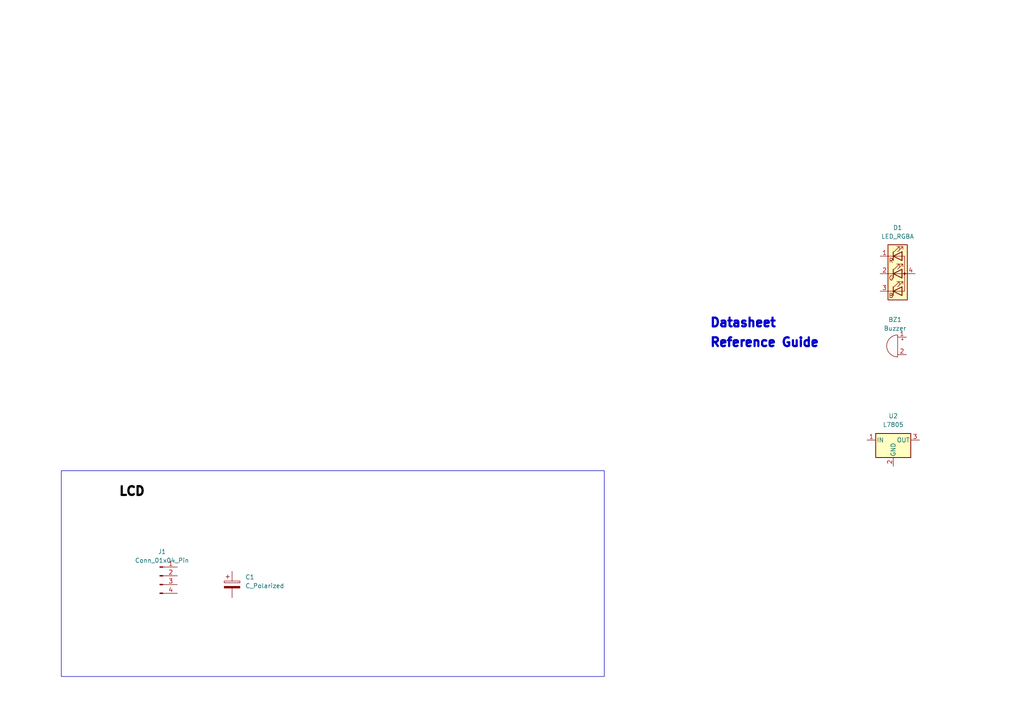
<source format=kicad_sch>
(kicad_sch (version 20230121) (generator eeschema)
  (paper "A4")
  (lib_symbols
    (symbol "Connector:Conn_01x04_Pin" (pin_names (offset 1.016) hide)
      (property "Reference" "J" (at 0 5.08 0))
      (property "Value" "Conn_01x04_Pin" (at 0 -7.62 0))
      (symbol "Conn_01x04_Pin_1_1"
        (polyline (pts (xy 1.27 -5.08) (xy 0.8636 -5.08)) (stroke (width 0.1524)))
        (polyline (pts (xy 1.27 -2.54) (xy 0.8636 -2.54)) (stroke (width 0.1524)))
        (polyline (pts (xy 1.27 0) (xy 0.8636 0)) (stroke (width 0.1524)))
        (polyline (pts (xy 1.27 2.54) (xy 0.8636 2.54)) (stroke (width 0.1524)))
        (rectangle (start 0.8636 -4.953) (end 0 -5.207) (stroke (width 0.1524)) (fill (type outline)))
        (rectangle (start 0.8636 -2.413) (end 0 -2.667) (stroke (width 0.1524)) (fill (type outline)))
        (rectangle (start 0.8636 0.127) (end 0 -0.127) (stroke (width 0.1524)) (fill (type outline)))
        (rectangle (start 0.8636 2.667) (end 0 2.413) (stroke (width 0.1524)) (fill (type outline)))
        (pin passive line (at 5.08 2.54 180) (length 3.81) (name "Pin_1") (number "1"))
        (pin passive line (at 5.08 0 180) (length 3.81) (name "Pin_2") (number "2"))
        (pin passive line (at 5.08 -2.54 180) (length 3.81) (name "Pin_3") (number "3"))
        (pin passive line (at 5.08 -5.08 180) (length 3.81) (name "Pin_4") (number "4"))
      )
    )
    (symbol "Device:Buzzer" (pin_names (offset 0.0254) hide)
      (property "Reference" "BZ" (at 3.81 1.27 0))
      (property "Value" "Buzzer" (at 3.81 -1.27 0))
      (symbol "Buzzer_0_1"
        (arc (start 0 -3.175) (mid 3.1612 0) (end 0 3.175))
        (polyline (pts (xy -1.651 1.905) (xy -1.143 1.905)))
        (polyline (pts (xy -1.397 2.159) (xy -1.397 1.651)))
        (polyline (pts (xy 0 3.175) (xy 0 -3.175)))
      )
      (symbol "Buzzer_1_1"
        (pin passive line (at -2.54 2.54 0) (length 2.54) (name "-") (number "1"))
        (pin passive line (at -2.54 -2.54 0) (length 2.54) (name "+") (number "2"))
      )
    )
    (symbol "Device:C_Polarized" (pin_numbers hide) (pin_names (offset 0.254))
      (property "Reference" "C" (at 0.635 2.54 0))
      (property "Value" "C_Polarized" (at 0.635 -2.54 0))
      (symbol "C_Polarized_0_1"
        (rectangle (start -2.286 0.508) (end 2.286 1.016))
        (polyline (pts (xy -1.778 2.286) (xy -0.762 2.286)))
        (polyline (pts (xy -1.27 2.794) (xy -1.27 1.778)))
        (rectangle (start 2.286 -0.508) (end -2.286 -1.016) (fill (type outline)))
      )
      (symbol "C_Polarized_1_1"
        (pin passive line (at 0 3.81 270) (length 2.794) (name "~") (number "1"))
        (pin passive line (at 0 -3.81 90) (length 2.794) (name "~") (number "2"))
      )
    )
    (symbol "Device:LED_RGBA" (pin_names (offset 0) hide)
      (property "Reference" "D" (at 0 9.398 0))
      (property "Value" "LED_RGBA" (at 0 -8.89 0))
      (symbol "LED_RGBA_0_0"
        (text "B" (at -1.905 -6.35 0) (effects (font (size 1.27 1.27))))
        (text "G" (at -1.905 -1.27 0) (effects (font (size 1.27 1.27))))
        (text "R" (at -1.905 3.81 0) (effects (font (size 1.27 1.27))))
      )
      (symbol "LED_RGBA_0_1"
        (polyline (pts (xy -1.27 -5.08) (xy -2.54 -5.08)))
        (polyline (pts (xy -1.27 -5.08) (xy 1.27 -5.08)))
        (polyline (pts (xy -1.27 -3.81) (xy -1.27 -6.35)) (stroke (width 0.254)))
        (polyline (pts (xy -1.27 0) (xy -2.54 0)))
        (polyline (pts (xy -1.27 1.27) (xy -1.27 -1.27)) (stroke (width 0.254)))
        (polyline (pts (xy -1.27 5.08) (xy -2.54 5.08)))
        (polyline (pts (xy -1.27 5.08) (xy 1.27 5.08)))
        (polyline (pts (xy -1.27 6.35) (xy -1.27 3.81)) (stroke (width 0.254)))
        (polyline (pts (xy 1.27 0) (xy -1.27 0)))
        (polyline (pts (xy 1.27 0) (xy 2.54 0)))
        (polyline (pts (xy -1.27 1.27) (xy -1.27 -1.27) (xy -1.27 -1.27)))
        (polyline (pts (xy -1.27 6.35) (xy -1.27 3.81) (xy -1.27 3.81)))
        (polyline (pts (xy 1.27 -5.08) (xy 2.032 -5.08) (xy 2.032 5.08) (xy 1.27 5.08)))
        (polyline (pts (xy 1.27 -3.81) (xy 1.27 -6.35) (xy -1.27 -5.08) (xy 1.27 -3.81)) (stroke (width 0.254)))
        (polyline (pts (xy 1.27 1.27) (xy 1.27 -1.27) (xy -1.27 0) (xy 1.27 1.27)) (stroke (width 0.254)))
        (polyline (pts (xy 1.27 6.35) (xy 1.27 3.81) (xy -1.27 5.08) (xy 1.27 6.35)) (stroke (width 0.254)))
        (polyline (pts (xy -1.016 -3.81) (xy 0.508 -2.286) (xy -0.254 -2.286) (xy 0.508 -2.286) (xy 0.508 -3.048)))
        (polyline (pts (xy -1.016 1.27) (xy 0.508 2.794) (xy -0.254 2.794) (xy 0.508 2.794) (xy 0.508 2.032)))
        (polyline (pts (xy -1.016 6.35) (xy 0.508 7.874) (xy -0.254 7.874) (xy 0.508 7.874) (xy 0.508 7.112)))
        (polyline (pts (xy 0 -3.81) (xy 1.524 -2.286) (xy 0.762 -2.286) (xy 1.524 -2.286) (xy 1.524 -3.048)))
        (polyline (pts (xy 0 1.27) (xy 1.524 2.794) (xy 0.762 2.794) (xy 1.524 2.794) (xy 1.524 2.032)))
        (polyline (pts (xy 0 6.35) (xy 1.524 7.874) (xy 0.762 7.874) (xy 1.524 7.874) (xy 1.524 7.112)))
        (rectangle (start 1.27 -1.27) (end 1.27 1.27))
        (rectangle (start 1.27 1.27) (end 1.27 1.27))
        (rectangle (start 1.27 3.81) (end 1.27 6.35))
        (rectangle (start 1.27 6.35) (end 1.27 6.35))
        (circle (center 2.032 0) (radius 0.254) (fill (type outline)))
        (rectangle (start 2.794 8.382) (end -2.794 -7.62) (stroke (width 0.254)) (fill (type background)))
      )
      (symbol "LED_RGBA_1_1"
        (pin passive line (at -5.08 5.08 0) (length 2.54) (name "RK") (number "1"))
        (pin passive line (at -5.08 0 0) (length 2.54) (name "GK") (number "2"))
        (pin passive line (at -5.08 -5.08 0) (length 2.54) (name "BK") (number "3"))
        (pin passive line (at 5.08 0 180) (length 2.54) (name "A") (number "4"))
      )
    )
    (symbol "Regulator_Linear:L7805" (pin_names (offset 0.254))
      (property "Reference" "U" (at -3.81 3.175 0))
      (property "Value" "L7805" (at 0 3.175 0))
      (symbol "L7805_0_1"
        (rectangle (start -5.08 1.905) (end 5.08 -5.08) (stroke (width 0.254)) (fill (type background)))
      )
      (symbol "L7805_1_1"
        (pin power_in line (at -7.62 0 0) (length 2.54) (name "IN") (number "1"))
        (pin power_in line (at 0 -7.62 90) (length 2.54) (name "GND") (number "2"))
        (pin power_out line (at 7.62 0 180) (length 2.54) (name "OUT") (number "3"))
      )
    )
  )
  (rectangle (start 17.78 136.525) (end 175.26 196.215))
  (text "Datasheet\n" (at 205.74 95.25 0) (effects (font (size 2.54 2.54) (thickness 1.016) bold) (justify left bottom)))
  (text "LCD\n" (at 34.29 144.145 0) (effects (font (size 2.54 2.54) (thickness 1.016) bold) (justify left bottom)))
  (text "Reference Guide\n" (at 205.74 100.965 0) (effects (font (size 2.54 2.54) (thickness 1.016) bold) (justify left bottom)))
  (symbol (lib_id "Connector:Conn_01x04_Pin") (at 46.355 167.005 0) (unit 1)
    (property "Reference" "J1" (at 46.99 160.02 0))
    (property "Value" "Conn_01x04_Pin" (at 46.99 162.56 0))
    (property "Footprint" "Connector_JST:JST_EH_B4B-EH-A_1x04_P2.50mm_Vertical" (effects hide))
  )
  (symbol (lib_id "Device:LED_RGBA") (at 260.35 79.375 0) (unit 1)
    (property "Reference" "D1" (at 260.35 66.04 0))
    (property "Value" "LED_RGBA" (at 260.35 68.58 0))
  )
  (symbol (lib_id "Device:C_Polarized") (at 67.31 169.545 0) (unit 1)
    (property "Reference" "C1" (at 71.12 167.386 0) (effects (justify left)))
    (property "Value" "C_Polarized" (at 71.12 169.926 0) (effects (justify left)))
  )
  (symbol (lib_id "Regulator_Linear:L7805") (at 259.08 127.635 0) (unit 1)
    (property "Reference" "U2" (at 259.08 120.65 0))
    (property "Value" "L7805" (at 259.08 123.19 0))
    (property "Footprint" "Package_TO_SOT_THT:TO-220-3_Horizontal_TabDown" (effects hide))
    (property "Datasheet" "http://www.st.com/content/ccc/resource/technical/document/datasheet/41/4f/b3/b0/12/d4/47/88/CD00000444.pdf/files/CD00000444.pdf/jcr:content/translations/en.CD00000444.pdf" (effects hide))
  )
  (symbol (lib_id "Device:Buzzer") (at 260.35 100.33 0) (mirror y) (unit 1)
    (property "Reference" "BZ1" (at 259.5949 92.71 0))
    (property "Value" "Buzzer" (at 259.5949 95.25 0))
  )
)
</source>
